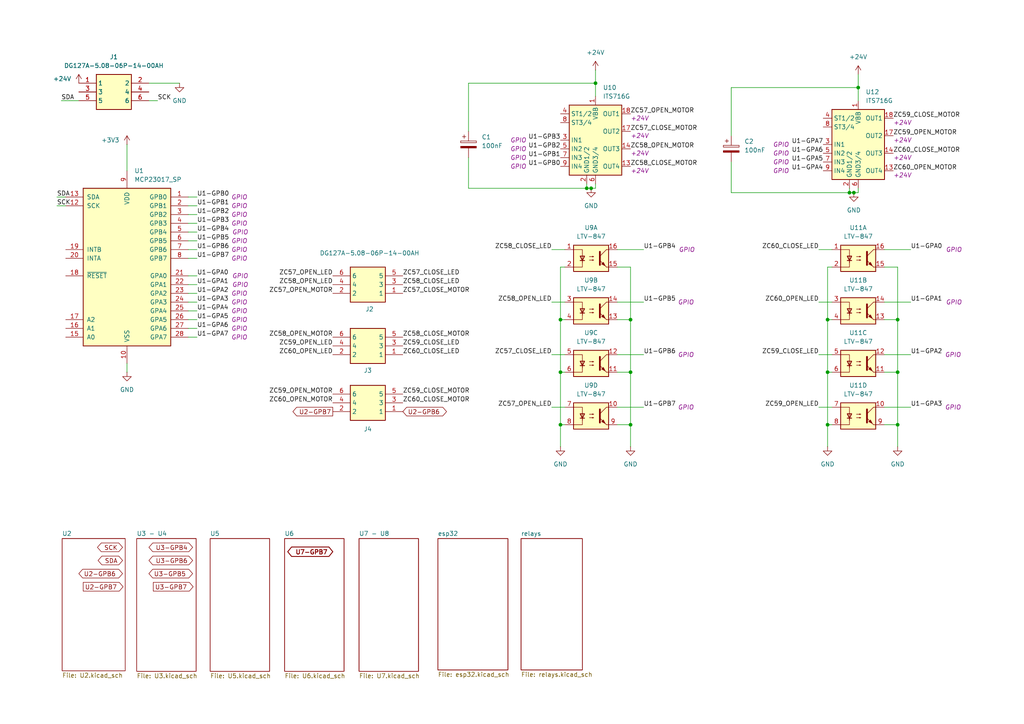
<source format=kicad_sch>
(kicad_sch (version 20250114) (generator "eeschema") (generator_version "9.0")
  (paper "A4")
  (lib_symbols
    (symbol "1_tme:DG127A-5.08-06P-14-00AH"
      (property "Reference" "J" (at 16.51 7.62 0))
      (property "Value" "DG127A-5.08-06P-14-00AH" (at 16.51 5.08 0))
      (symbol "DG127A-5.08-06P-14-00AH_1_1"
        (rectangle (start 5.08 2.54) (end 15.24 -7.62) (stroke (width 0.254)) (fill (type background)))
        (pin passive line (at 0 0 0) (length 5.08) (name "2") (number "2"))
        (pin passive line (at 0 -2.54 0) (length 5.08) (name "4") (number "4"))
        (pin passive line (at 0 -5.08 0) (length 5.08) (name "6") (number "6"))
        (pin passive line (at 20.32 0 180) (length 5.08) (name "1") (number "1"))
        (pin passive line (at 20.32 -2.54 180) (length 5.08) (name "3") (number "3"))
        (pin passive line (at 20.32 -5.08 180) (length 5.08) (name "5") (number "5"))
      )
    )
    (symbol "Device:C_Polarized" (pin_numbers (hide yes)) (pin_names (offset 0.254))
      (property "Reference" "C" (at 0.635 2.54 0))
      (property "Value" "C_Polarized" (at 0.635 -2.54 0))
      (symbol "C_Polarized_0_1"
        (rectangle (start -2.286 0.508) (end 2.286 1.016))
        (polyline (pts (xy -1.778 2.286) (xy -0.762 2.286)))
        (polyline (pts (xy -1.27 2.794) (xy -1.27 1.778)))
        (rectangle (start 2.286 -0.508) (end -2.286 -1.016) (fill (type outline)))
      )
      (symbol "C_Polarized_1_1"
        (pin passive line (at 0 3.81 270) (length 2.794) (name "~") (number "1"))
        (pin passive line (at 0 -3.81 90) (length 2.794) (name "~") (number "2"))
      )
    )
    (symbol "Driver_FET:ITS716G"
      (property "Reference" "U" (at -5.08 11.43 0))
      (property "Value" "ITS716G" (at 6.35 11.43 0))
      (symbol "ITS716G_0_1"
        (rectangle (start -7.62 10.16) (end 7.62 -10.16) (stroke (width 0.254)) (fill (type background)))
      )
      (symbol "ITS716G_1_1"
        (pin open_collector line (at -10.16 7.62 0) (length 2.54) (name "ST1/2") (number "4"))
        (pin open_collector line (at -10.16 5.08 0) (length 2.54) (name "ST3/4") (number "8"))
        (pin input line (at -10.16 0 0) (length 2.54) (name "IN1") (number "3"))
        (pin input line (at -10.16 -2.54 0) (length 2.54) (name "IN2") (number "5"))
        (pin input line (at -10.16 -5.08 0) (length 2.54) (name "IN3") (number "7"))
        (pin input line (at -10.16 -7.62 0) (length 2.54) (name "IN4") (number "9"))
        (pin power_in line (at -2.54 -12.7 90) (length 2.54) (name "GND1/2") (number "2"))
        (pin power_in line (at 0 12.7 270) (length 2.54) (name "VBB") (number "1"))
        (pin passive line (at 0 12.7 270) (length 2.54) (hide yes) (name "VBB") (number "10"))
        (pin passive line (at 0 12.7 270) (length 2.54) (hide yes) (name "VBB") (number "11"))
        (pin passive line (at 0 12.7 270) (length 2.54) (hide yes) (name "VBB") (number "12"))
        (pin passive line (at 0 12.7 270) (length 2.54) (hide yes) (name "VBB") (number "15"))
        (pin passive line (at 0 12.7 270) (length 2.54) (hide yes) (name "VBB") (number "16"))
        (pin passive line (at 0 12.7 270) (length 2.54) (hide yes) (name "VBB") (number "19"))
        (pin passive line (at 0 12.7 270) (length 2.54) (hide yes) (name "VBB") (number "20"))
        (pin power_in line (at 0 -12.7 90) (length 2.54) (name "GND3/4") (number "6"))
        (pin open_emitter line (at 10.16 7.62 180) (length 2.54) (name "OUT1") (number "18"))
        (pin open_emitter line (at 10.16 2.54 180) (length 2.54) (name "OUT2") (number "17"))
        (pin open_emitter line (at 10.16 -2.54 180) (length 2.54) (name "OUT3") (number "14"))
        (pin open_emitter line (at 10.16 -7.62 180) (length 2.54) (name "OUT4") (number "13"))
      )
    )
    (symbol "Interface_Expansion:MCP23017_SP" (pin_names (offset 1.016))
      (property "Reference" "U" (at -11.43 24.13 0))
      (property "Value" "MCP23017_SP" (at 0 0 0))
      (symbol "MCP23017_SP_0_1"
        (rectangle (start -12.7 22.86) (end 12.7 -22.86) (stroke (width 0.254)) (fill (type background)))
      )
      (symbol "MCP23017_SP_1_1"
        (pin bidirectional line (at -17.78 20.32 0) (length 5.08) (name "SDA") (number "13"))
        (pin input line (at -17.78 17.78 0) (length 5.08) (name "SCK") (number "12"))
        (pin tri_state line (at -17.78 5.08 0) (length 5.08) (name "INTB") (number "19"))
        (pin tri_state line (at -17.78 2.54 0) (length 5.08) (name "INTA") (number "20"))
        (pin input line (at -17.78 -2.54 0) (length 5.08) (name "~{RESET}") (number "18"))
        (pin input line (at -17.78 -15.24 0) (length 5.08) (name "A2") (number "17"))
        (pin input line (at -17.78 -17.78 0) (length 5.08) (name "A1") (number "16"))
        (pin input line (at -17.78 -20.32 0) (length 5.08) (name "A0") (number "15"))
        (pin no_connect line (at -12.7 15.24 0) (length 5.08) (hide yes) (name "NC") (number "11"))
        (pin no_connect line (at -12.7 12.7 0) (length 5.08) (hide yes) (name "NC") (number "14"))
        (pin power_in line (at 0 27.94 270) (length 5.08) (name "VDD") (number "9"))
        (pin power_in line (at 0 -27.94 90) (length 5.08) (name "VSS") (number "10"))
        (pin bidirectional line (at 17.78 20.32 180) (length 5.08) (name "GPB0") (number "1"))
        (pin bidirectional line (at 17.78 17.78 180) (length 5.08) (name "GPB1") (number "2"))
        (pin bidirectional line (at 17.78 15.24 180) (length 5.08) (name "GPB2") (number "3"))
        (pin bidirectional line (at 17.78 12.7 180) (length 5.08) (name "GPB3") (number "4"))
        (pin bidirectional line (at 17.78 10.16 180) (length 5.08) (name "GPB4") (number "5"))
        (pin bidirectional line (at 17.78 7.62 180) (length 5.08) (name "GPB5") (number "6"))
        (pin bidirectional line (at 17.78 5.08 180) (length 5.08) (name "GPB6") (number "7"))
        (pin output line (at 17.78 2.54 180) (length 5.08) (name "GPB7") (number "8"))
        (pin bidirectional line (at 17.78 -2.54 180) (length 5.08) (name "GPA0") (number "21"))
        (pin bidirectional line (at 17.78 -5.08 180) (length 5.08) (name "GPA1") (number "22"))
        (pin bidirectional line (at 17.78 -7.62 180) (length 5.08) (name "GPA2") (number "23"))
        (pin bidirectional line (at 17.78 -10.16 180) (length 5.08) (name "GPA3") (number "24"))
        (pin bidirectional line (at 17.78 -12.7 180) (length 5.08) (name "GPA4") (number "25"))
        (pin bidirectional line (at 17.78 -15.24 180) (length 5.08) (name "GPA5") (number "26"))
        (pin bidirectional line (at 17.78 -17.78 180) (length 5.08) (name "GPA6") (number "27"))
        (pin output line (at 17.78 -20.32 180) (length 5.08) (name "GPA7") (number "28"))
      )
    )
    (symbol "Isolator:LTV-847" (pin_names (offset 1.016))
      (property "Reference" "U" (at -5.08 5.08 0))
      (property "Value" "LTV-847" (at 0 5.08 0))
      (symbol "LTV-847_0_1"
        (rectangle (start -5.08 3.81) (end 5.08 -3.81) (stroke (width 0.254)) (fill (type background)))
        (polyline (pts (xy -5.08 2.54) (xy -2.54 2.54) (xy -2.54 -1.27) (xy -2.54 0.635)))
        (polyline (pts (xy -3.175 -0.635) (xy -1.905 -0.635)) (stroke (width 0.254)))
        (polyline (pts (xy -2.54 -0.635) (xy -2.54 -2.54) (xy -5.08 -2.54)))
        (polyline (pts (xy -2.54 -0.635) (xy -3.175 0.635) (xy -1.905 0.635) (xy -2.54 -0.635)) (stroke (width 0.254)))
        (polyline (pts (xy -0.508 0.508) (xy 0.762 0.508) (xy 0.381 0.381) (xy 0.381 0.635) (xy 0.762 0.508)))
        (polyline (pts (xy -0.508 -0.508) (xy 0.762 -0.508) (xy 0.381 -0.635) (xy 0.381 -0.381) (xy 0.762 -0.508)))
        (polyline (pts (xy 2.54 1.905) (xy 2.54 -1.905)) (stroke (width 0.508)))
        (polyline (pts (xy 2.54 0.635) (xy 4.445 2.54)))
        (polyline (pts (xy 3.048 -1.651) (xy 3.556 -1.143) (xy 4.064 -2.159) (xy 3.048 -1.651)) (fill (type outline)))
        (polyline (pts (xy 4.445 2.54) (xy 5.08 2.54)))
        (polyline (pts (xy 4.445 -2.54) (xy 2.54 -0.635)) (fill (type outline)))
        (polyline (pts (xy 4.445 -2.54) (xy 5.08 -2.54)))
      )
      (symbol "LTV-847_1_1"
        (pin passive line (at -7.62 2.54 0) (length 2.54) (name "~") (number "1"))
        (pin passive line (at -7.62 -2.54 0) (length 2.54) (name "~") (number "2"))
        (pin passive line (at 7.62 2.54 180) (length 2.54) (name "~") (number "16"))
        (pin passive line (at 7.62 -2.54 180) (length 2.54) (name "~") (number "15"))
      )
      (symbol "LTV-847_2_1"
        (pin passive line (at -7.62 2.54 0) (length 2.54) (name "~") (number "3"))
        (pin passive line (at -7.62 -2.54 0) (length 2.54) (name "~") (number "4"))
        (pin passive line (at 7.62 2.54 180) (length 2.54) (name "~") (number "14"))
        (pin passive line (at 7.62 -2.54 180) (length 2.54) (name "~") (number "13"))
      )
      (symbol "LTV-847_3_1"
        (pin passive line (at -7.62 2.54 0) (length 2.54) (name "~") (number "5"))
        (pin passive line (at -7.62 -2.54 0) (length 2.54) (name "~") (number "6"))
        (pin passive line (at 7.62 2.54 180) (length 2.54) (name "~") (number "12"))
        (pin passive line (at 7.62 -2.54 180) (length 2.54) (name "~") (number "11"))
      )
      (symbol "LTV-847_4_1"
        (pin passive line (at -7.62 2.54 0) (length 2.54) (name "~") (number "7"))
        (pin passive line (at -7.62 -2.54 0) (length 2.54) (name "~") (number "8"))
        (pin passive line (at 7.62 2.54 180) (length 2.54) (name "~") (number "10"))
        (pin passive line (at 7.62 -2.54 180) (length 2.54) (name "~") (number "9"))
      )
    )
    (symbol "power:+24V" (power) (pin_numbers (hide yes)) (pin_names (offset 0) (hide yes))
      (property "Value" "+24V" (at 0 3.556 0))
      (symbol "+24V_0_1"
        (polyline (pts (xy -0.762 1.27) (xy 0 2.54)))
        (polyline (pts (xy 0 2.54) (xy 0.762 1.27)))
        (polyline (pts (xy 0 0) (xy 0 2.54)))
      )
      (symbol "+24V_1_1"
        (pin power_in line (at 0 0 90) (length 0) (name "~") (number "1"))
      )
    )
    (symbol "power:+5VD" (power) (pin_numbers (hide yes)) (pin_names (offset 0) (hide yes))
      (property "Value" "+5VD" (at 0 3.556 0))
      (symbol "+5VD_0_1"
        (polyline (pts (xy -0.762 1.27) (xy 0 2.54)))
        (polyline (pts (xy 0 2.54) (xy 0.762 1.27)))
        (polyline (pts (xy 0 0) (xy 0 2.54)))
      )
      (symbol "+5VD_1_1"
        (pin power_in line (at 0 0 90) (length 0) (name "~") (number "1"))
      )
    )
    (symbol "power:GND" (power) (pin_numbers (hide yes)) (pin_names (offset 0) (hide yes))
      (property "Value" "GND" (at 0 -3.81 0))
      (symbol "GND_0_1"
        (polyline (pts (xy 0 0) (xy 0 -1.27) (xy 1.27 -1.27) (xy 0 -2.54) (xy -1.27 -1.27) (xy 0 -1.27)))
      )
      (symbol "GND_1_1"
        (pin power_in line (at 0 0 270) (length 0) (name "~") (number "1"))
      )
    )
  )
  (junction (at 171.45 54.61))
  (junction (at 260.35 92.71))
  (junction (at 260.35 107.95))
  (junction (at 240.03 92.71))
  (junction (at 240.03 123.19))
  (junction (at 172.72 24.13))
  (junction (at 247.65 55.88))
  (junction (at 182.88 123.19))
  (junction (at 162.56 107.95))
  (junction (at 170.18 54.61))
  (junction (at 162.56 123.19))
  (junction (at 182.88 92.71))
  (junction (at 162.56 92.71))
  (junction (at 248.92 25.4))
  (junction (at 260.35 123.19))
  (junction (at 182.88 107.95))
  (junction (at 240.03 107.95))
  (junction (at 246.38 55.88))
  (wire (pts (xy 57.15 57.15) (xy 54.61 57.15)))
  (wire (pts (xy 172.72 24.13) (xy 172.72 27.94)))
  (wire (pts (xy 264.16 118.11) (xy 256.54 118.11)))
  (wire (pts (xy 182.88 107.95) (xy 182.88 123.19)))
  (wire (pts (xy 248.92 25.4) (xy 212.09 25.4)))
  (wire (pts (xy 186.69 102.87) (xy 179.07 102.87)))
  (wire (pts (xy 248.92 54.61) (xy 248.92 55.88)))
  (wire (pts (xy 186.69 72.39) (xy 179.07 72.39)))
  (wire (pts (xy 256.54 123.19) (xy 260.35 123.19)))
  (wire (pts (xy 171.45 54.61) (xy 172.72 54.61)))
  (wire (pts (xy 57.15 97.79) (xy 54.61 97.79)))
  (wire (pts (xy 57.15 69.85) (xy 54.61 69.85)))
  (wire (pts (xy 57.15 92.71) (xy 54.61 92.71)))
  (wire (pts (xy 172.72 53.34) (xy 172.72 54.61)))
  (wire (pts (xy 135.89 45.72) (xy 135.89 54.61)))
  (wire (pts (xy 16.51 59.69) (xy 19.05 59.69)))
  (wire (pts (xy 163.83 123.19) (xy 162.56 123.19)))
  (wire (pts (xy 179.07 77.47) (xy 182.88 77.47)))
  (wire (pts (xy 240.03 92.71) (xy 240.03 107.95)))
  (wire (pts (xy 57.15 64.77) (xy 54.61 64.77)))
  (wire (pts (xy 241.3 123.19) (xy 240.03 123.19)))
  (wire (pts (xy 17.78 29.21) (xy 22.86 29.21)))
  (wire (pts (xy 186.69 87.63) (xy 179.07 87.63)))
  (wire (pts (xy 36.83 41.91) (xy 36.83 49.53)))
  (wire (pts (xy 186.69 118.11) (xy 179.07 118.11)))
  (wire (pts (xy 246.38 54.61) (xy 246.38 55.88)))
  (wire (pts (xy 248.92 21.59) (xy 248.92 25.4)))
  (wire (pts (xy 43.18 24.13) (xy 52.07 24.13)))
  (wire (pts (xy 237.49 118.11) (xy 241.3 118.11)))
  (wire (pts (xy 182.88 123.19) (xy 182.88 129.54)))
  (wire (pts (xy 57.15 62.23) (xy 54.61 62.23)))
  (wire (pts (xy 170.18 54.61) (xy 171.45 54.61)))
  (wire (pts (xy 163.83 77.47) (xy 162.56 77.47)))
  (wire (pts (xy 260.35 77.47) (xy 260.35 92.71)))
  (wire (pts (xy 240.03 107.95) (xy 240.03 123.19)))
  (wire (pts (xy 162.56 77.47) (xy 162.56 92.71)))
  (wire (pts (xy 212.09 46.99) (xy 212.09 55.88)))
  (wire (pts (xy 241.3 77.47) (xy 240.03 77.47)))
  (wire (pts (xy 241.3 107.95) (xy 240.03 107.95)))
  (wire (pts (xy 248.92 25.4) (xy 248.92 29.21)))
  (wire (pts (xy 57.15 72.39) (xy 54.61 72.39)))
  (wire (pts (xy 247.65 55.88) (xy 248.92 55.88)))
  (wire (pts (xy 260.35 107.95) (xy 260.35 123.19)))
  (wire (pts (xy 160.02 118.11) (xy 163.83 118.11)))
  (wire (pts (xy 264.16 87.63) (xy 256.54 87.63)))
  (wire (pts (xy 162.56 123.19) (xy 162.56 129.54)))
  (wire (pts (xy 163.83 107.95) (xy 162.56 107.95)))
  (wire (pts (xy 45.72 29.21) (xy 43.18 29.21)))
  (wire (pts (xy 246.38 55.88) (xy 247.65 55.88)))
  (wire (pts (xy 182.88 92.71) (xy 182.88 107.95)))
  (wire (pts (xy 172.72 24.13) (xy 135.89 24.13)))
  (wire (pts (xy 256.54 92.71) (xy 260.35 92.71)))
  (wire (pts (xy 241.3 92.71) (xy 240.03 92.71)))
  (wire (pts (xy 160.02 102.87) (xy 163.83 102.87)))
  (wire (pts (xy 240.03 77.47) (xy 240.03 92.71)))
  (wire (pts (xy 260.35 92.71) (xy 260.35 107.95)))
  (wire (pts (xy 260.35 123.19) (xy 260.35 129.54)))
  (wire (pts (xy 162.56 107.95) (xy 162.56 123.19)))
  (wire (pts (xy 135.89 24.13) (xy 135.89 38.1)))
  (wire (pts (xy 240.03 123.19) (xy 240.03 129.54)))
  (wire (pts (xy 57.15 87.63) (xy 54.61 87.63)))
  (wire (pts (xy 237.49 102.87) (xy 241.3 102.87)))
  (wire (pts (xy 179.07 92.71) (xy 182.88 92.71)))
  (wire (pts (xy 57.15 90.17) (xy 54.61 90.17)))
  (wire (pts (xy 256.54 107.95) (xy 260.35 107.95)))
  (wire (pts (xy 162.56 92.71) (xy 162.56 107.95)))
  (wire (pts (xy 212.09 25.4) (xy 212.09 39.37)))
  (wire (pts (xy 160.02 72.39) (xy 163.83 72.39)))
  (wire (pts (xy 264.16 102.87) (xy 256.54 102.87)))
  (wire (pts (xy 135.89 54.61) (xy 170.18 54.61)))
  (wire (pts (xy 179.07 107.95) (xy 182.88 107.95)))
  (wire (pts (xy 179.07 123.19) (xy 182.88 123.19)))
  (wire (pts (xy 237.49 87.63) (xy 241.3 87.63)))
  (wire (pts (xy 57.15 85.09) (xy 54.61 85.09)))
  (wire (pts (xy 256.54 77.47) (xy 260.35 77.47)))
  (wire (pts (xy 57.15 82.55) (xy 54.61 82.55)))
  (wire (pts (xy 212.09 55.88) (xy 246.38 55.88)))
  (wire (pts (xy 237.49 72.39) (xy 241.3 72.39)))
  (wire (pts (xy 16.51 57.15) (xy 19.05 57.15)))
  (wire (pts (xy 57.15 95.25) (xy 54.61 95.25)))
  (wire (pts (xy 57.15 59.69) (xy 54.61 59.69)))
  (wire (pts (xy 172.72 20.32) (xy 172.72 24.13)))
  (wire (pts (xy 36.83 105.41) (xy 36.83 107.95)))
  (wire (pts (xy 163.83 92.71) (xy 162.56 92.71)))
  (wire (pts (xy 57.15 74.93) (xy 54.61 74.93)))
  (wire (pts (xy 57.15 80.01) (xy 54.61 80.01)))
  (wire (pts (xy 182.88 77.47) (xy 182.88 92.71)))
  (wire (pts (xy 57.15 67.31) (xy 54.61 67.31)))
  (wire (pts (xy 170.18 53.34) (xy 170.18 54.61)))
  (wire (pts (xy 264.16 72.39) (xy 256.54 72.39)))
  (wire (pts (xy 160.02 87.63) (xy 163.83 87.63)))
  (label "ZC57_OPEN_LED" (at 96.52 80.01 180))
  (label "U1-GPB5" (at 57.15 69.85 0) (property "Netclass" "GPIO" (at 67.056 69.85 0) (effects (font (italic yes)) (justify left))))
  (label "SDA" (at 17.78 29.21 0))
  (label "ZC60_OPEN_MOTOR" (at 96.52 116.84 180))
  (label "ZC60_CLOSE_MOTOR" (at 259.08 44.45 0) (property "Netclass" "+24V" (at 259.08 45.72 0) (effects (font (italic yes)) (justify left))))
  (label "ZC60_OPEN_LED" (at 96.52 102.87 180))
  (label "U1-GPA6" (at 57.15 95.25 0) (property "Netclass" "GPIO" (at 67.056 95.25 0) (effects (font (italic yes)) (justify left))))
  (label "ZC59_CLOSE_MOTOR" (at 259.08 34.29 0) (property "Netclass" "+24V" (at 259.08 35.56 0) (effects (font (italic yes)) (justify left))))
  (label "SCK" (at 45.72 29.21 0))
  (label "ZC58_OPEN_MOTOR" (at 96.52 97.79 180))
  (label "ZC60_CLOSE_LED" (at 237.49 72.39 180))
  (label "ZC60_OPEN_LED" (at 237.49 87.63 180))
  (label "U1-GPA1" (at 264.16 87.63 0) (property "Netclass" "GPIO" (at 274.32 87.63 0) (effects (font (italic yes)) (justify left))))
  (label "U1-GPB6" (at 186.69 102.87 0) (property "Netclass" "GPIO" (at 196.596 102.87 0) (effects (font (italic yes)) (justify left))))
  (label "ZC57_CLOSE_MOTOR" (at 182.88 38.1 0) (property "Netclass" "+24V" (at 182.88 39.37 0) (effects (font (italic yes)) (justify left))))
  (label "U1-GPB1" (at 162.56 45.72 180) (property "Netclass" "GPIO" (at 152.654 45.72 0) (effects (font (italic yes)) (justify right))))
  (label "U1-GPA3" (at 264.16 118.11 0) (property "Netclass" "GPIO" (at 274.066 118.11 0) (effects (font (italic yes)) (justify left))))
  (label "U1-GPB1" (at 57.15 59.69 0) (property "Netclass" "GPIO" (at 67.056 59.69 0) (effects (font (italic yes)) (justify left))))
  (label "U1-GPB7" (at 186.69 118.11 0) (property "Netclass" "GPIO" (at 196.596 118.11 0) (effects (font (italic yes)) (justify left))))
  (label "ZC57_CLOSE_LED" (at 160.02 102.87 180))
  (label "ZC59_OPEN_MOTOR" (at 96.52 114.3 180))
  (label "ZC57_CLOSE_LED" (at 116.84 80.01 0))
  (label "ZC58_CLOSE_LED" (at 116.84 82.55 0))
  (label "ZC58_CLOSE_MOTOR" (at 182.88 48.26 0) (property "Netclass" "+24V" (at 182.88 49.53 0) (effects (font (italic yes)) (justify left))))
  (label "ZC57_OPEN_LED" (at 160.02 118.11 180))
  (label "U1-GPA5" (at 57.15 92.71 0) (property "Netclass" "GPIO" (at 67.056 92.71 0) (effects (font (italic yes)) (justify left))))
  (label "U1-GPB0" (at 162.56 48.26 180) (property "Netclass" "GPIO" (at 152.654 48.26 0) (effects (font (italic yes)) (justify right))))
  (label "U1-GPB0" (at 57.15 57.15 0) (property "Netclass" "GPIO" (at 67.056 57.15 0) (effects (font (italic yes)) (justify left))))
  (label "U1-GPA6" (at 238.76 44.45 180) (property "Netclass" "GPIO" (at 228.854 44.45 0) (effects (font (italic yes)) (justify right))))
  (label "ZC59_CLOSE_LED" (at 237.49 102.87 180))
  (label "ZC58_OPEN_LED" (at 160.02 87.63 180))
  (label "ZC59_OPEN_LED" (at 237.49 118.11 180))
  (label "U1-GPB2" (at 162.56 43.18 180) (property "Netclass" "GPIO" (at 152.654 43.18 0) (effects (font (italic yes)) (justify right))))
  (label "U1-GPA4" (at 57.15 90.17 0) (property "Netclass" "GPIO" (at 67.056 90.17 0) (effects (font (italic yes)) (justify left))))
  (label "U1-GPB3" (at 162.56 40.64 180) (property "Netclass" "GPIO" (at 152.654 40.64 0) (effects (font (italic yes)) (justify right))))
  (label "U1-GPA7" (at 57.15 97.79 0) (property "Netclass" "GPIO" (at 67.056 97.79 0) (effects (font (italic yes)) (justify left))))
  (label "ZC58_CLOSE_LED" (at 160.02 72.39 180))
  (label "U1-GPB2" (at 57.15 62.23 0) (property "Netclass" "GPIO" (at 67.056 62.23 0) (effects (font (italic yes)) (justify left))))
  (label "ZC57_CLOSE_MOTOR" (at 116.84 85.09 0))
  (label "SCK" (at 16.51 59.69 0))
  (label "ZC59_OPEN_LED" (at 96.52 100.33 180))
  (label "ZC59_CLOSE_LED" (at 116.84 100.33 0))
  (label "U1-GPA2" (at 264.16 102.87 0) (property "Netclass" "GPIO" (at 274.066 102.87 0) (effects (font (italic yes)) (justify left))))
  (label "ZC60_CLOSE_MOTOR" (at 116.84 116.84 0))
  (label "U1-GPA0" (at 57.15 80.01 0) (property "Netclass" "GPIO" (at 67.31 80.01 0) (effects (font (italic yes)) (justify left))))
  (label "U1-GPA2" (at 57.15 85.09 0) (property "Netclass" "GPIO" (at 67.056 85.09 0) (effects (font (italic yes)) (justify left))))
  (label "SDA" (at 16.51 57.15 0))
  (label "U1-GPB7" (at 57.15 74.93 0) (property "Netclass" "GPIO" (at 67.056 74.93 0) (effects (font (italic yes)) (justify left))))
  (label "ZC60_OPEN_MOTOR" (at 259.08 49.53 0) (property "Netclass" "+24V" (at 259.08 50.8 0) (effects (font (italic yes)) (justify left))))
  (label "U1-GPA0" (at 264.16 72.39 0) (property "Netclass" "GPIO" (at 274.32 72.39 0) (effects (font (italic yes)) (justify left))))
  (label "ZC57_OPEN_MOTOR" (at 182.88 33.02 0) (property "Netclass" "+24V" (at 182.88 34.29 0) (effects (font (italic yes)) (justify left))))
  (label "ZC60_CLOSE_LED" (at 116.84 102.87 0))
  (label "ZC59_CLOSE_MOTOR" (at 116.84 114.3 0))
  (label "ZC58_OPEN_MOTOR" (at 182.88 43.18 0) (property "Netclass" "+24V" (at 182.88 44.45 0) (effects (font (italic yes)) (justify left))))
  (label "ZC58_CLOSE_MOTOR" (at 116.84 97.79 0))
  (label "U1-GPB4" (at 57.15 67.31 0) (property "Netclass" "GPIO" (at 67.31 67.31 0) (effects (font (italic yes)) (justify left))))
  (label "U1-GPA4" (at 238.76 49.53 180) (property "Netclass" "GPIO" (at 228.854 49.53 0) (effects (font (italic yes)) (justify right))))
  (label "U1-GPB6" (at 57.15 72.39 0) (property "Netclass" "GPIO" (at 67.056 72.39 0) (effects (font (italic yes)) (justify left))))
  (label "ZC57_OPEN_MOTOR" (at 96.52 85.09 180))
  (label "U1-GPA7" (at 238.76 41.91 180) (property "Netclass" "GPIO" (at 228.854 41.91 0) (effects (font (italic yes)) (justify right))))
  (label "U1-GPB3" (at 57.15 64.77 0) (property "Netclass" "GPIO" (at 67.056 64.77 0) (effects (font (italic yes)) (justify left))))
  (label "U1-GPB4" (at 186.69 72.39 0) (property "Netclass" "GPIO" (at 196.85 72.39 0) (effects (font (italic yes)) (justify left))))
  (label "ZC59_OPEN_MOTOR" (at 259.08 39.37 0) (property "Netclass" "+24V" (at 259.08 40.64 0) (effects (font (italic yes)) (justify left))))
  (label "U1-GPA3" (at 57.15 87.63 0) (property "Netclass" "GPIO" (at 67.056 87.63 0) (effects (font (italic yes)) (justify left))))
  (label "U1-GPB5" (at 186.69 87.63 0) (property "Netclass" "GPIO" (at 196.596 87.63 0) (effects (font (italic yes)) (justify left))))
  (label "ZC58_OPEN_LED" (at 96.52 82.55 180))
  (label "U1-GPA5" (at 238.76 46.99 180) (property "Netclass" "GPIO" (at 228.854 46.99 0) (effects (font (italic yes)) (justify right))))
  (label "U1-GPA1" (at 57.15 82.55 0) (property "Netclass" "GPIO" (at 67.31 82.55 0) (effects (font (italic yes)) (justify left))))
  (global_label "U3-GPB5" (shape bidirectional) (at 43.18 166.37 0) (property "Intersheetrefs" "${INTERSHEET_REFS}" (effects (hide yes))))
  (global_label "U3-GPB6" (shape bidirectional) (at 55.88 162.56 180) (property "Intersheetrefs" "${INTERSHEET_REFS}" (effects (hide yes))))
  (global_label "U2-GPB7" (shape output) (at 24.13 170.18 0) (property "Intersheetrefs" "${INTERSHEET_REFS}" (effects (hide yes))))
  (global_label "U3-GPB7" (shape output) (at 44.45 170.18 0) (property "Intersheetrefs" "${INTERSHEET_REFS}" (effects (hide yes))))
  (global_label "SDA" (shape bidirectional) (at 35.56 162.56 180) (property "Intersheetrefs" "${INTERSHEET_REFS}" (effects (hide yes))))
  (global_label "U7-GPB7" (shape bidirectional) (at 96.52 160.02 180) (effects (font (thickness 0.254) (bold yes))) (property "Intersheetrefs" "${INTERSHEET_REFS}" (effects (hide yes))))
  (global_label "SCK" (shape bidirectional) (at 35.56 158.75 180) (property "Intersheetrefs" "${INTERSHEET_REFS}" (effects (hide yes))))
  (global_label "U2-GPB7" (shape output) (at 96.52 119.38 180) (property "Intersheetrefs" "${INTERSHEET_REFS}" (effects (hide yes))))
  (global_label "U3-GPB4" (shape bidirectional) (at 55.88 158.75 180) (property "Intersheetrefs" "${INTERSHEET_REFS}" (effects (hide yes))))
  (global_label "U2-GPB6" (shape bidirectional) (at 22.86 166.37 0) (property "Intersheetrefs" "${INTERSHEET_REFS}" (effects (hide yes))))
  (global_label "U2-GPB6" (shape bidirectional) (at 116.84 119.38 0) (property "Intersheetrefs" "${INTERSHEET_REFS}" (effects (hide yes))))
  (symbol (lib_id "power:GND") (at 36.83 107.95 0) (unit 1)
    (property "Reference" "#PWR01" (effects (hide yes)))
    (property "Value" "GND" (at 36.83 113.03 0))
    (property "Description" "Power symbol creates a global label with name \"GND\" , ground" (effects (hide yes)))
  )
  (symbol (lib_id "power:GND") (at 182.88 129.54 0) (unit 1)
    (property "Reference" "#PWR024" (effects (hide yes)))
    (property "Value" "GND" (at 182.88 134.62 0))
    (property "Description" "Power symbol creates a global label with name \"GND\" , ground" (effects (hide yes)))
  )
  (symbol (lib_id "1_tme:DG127A-5.08-06P-14-00AH") (at 96.52 85.09 0) (mirror x) (unit 1)
    (property "Reference" "J2" (at 107.188 89.662 0))
    (property "Value" "DG127A-5.08-06P-14-00AH" (at 107.188 73.406 0))
    (property "Footprint" "DG127A50806P1400AH" (effects (hide yes)))
    (property "Datasheet" "https://www.degson.com/index.php?a=downloadFile&id=1094971&name=%27ZmlsZTQ=%27&lang=en" (effects (hide yes)))
    (property "Description" "PCB terminal block; angled 90; 5.08mm; ways: 6; on PCBs; terminal" (effects (hide yes)))
    (property "Height" "19.41" (effects (hide yes)))
    (property "Manufacturer_Name" "Degson" (effects (hide yes)))
    (property "Manufacturer_Part_Number" "DG127A-5.08-06P-14-00AH" (effects (hide yes)))
  )
  (symbol (lib_id "power:GND") (at 171.45 54.61 0) (unit 1)
    (property "Reference" "#PWR033" (effects (hide yes)))
    (property "Value" "GND" (at 171.45 59.69 0))
    (property "Description" "Power symbol creates a global label with name \"GND\" , ground" (effects (hide yes)))
  )
  (symbol (lib_id "Isolator:LTV-847") (at 248.92 120.65 0) (unit 4)
    (property "Reference" "U11" (at 248.92 111.76 0))
    (property "Value" "LTV-847" (at 248.92 114.3 0))
    (property "Footprint" "Package_DIP:DIP-16_W7.62mm" (effects (hide yes)))
    (property "Datasheet" "http://optoelectronics.liteon.com/upload/download/DS-70-96-0016/LTV-8X7%20series.PDF" (effects (hide yes)))
    (property "Description" "Quad DC Optocoupler, Vce 35V, CTR 50%, DIP-16" (effects (hide yes)))
  )
  (symbol (lib_id "Isolator:LTV-847") (at 248.92 90.17 0) (unit 2)
    (property "Reference" "U11" (at 248.92 81.28 0))
    (property "Value" "LTV-847" (at 248.92 83.82 0))
    (property "Footprint" "Package_DIP:DIP-16_W7.62mm" (effects (hide yes)))
    (property "Datasheet" "http://optoelectronics.liteon.com/upload/download/DS-70-96-0016/LTV-8X7%20series.PDF" (effects (hide yes)))
    (property "Description" "Quad DC Optocoupler, Vce 35V, CTR 50%, DIP-16" (effects (hide yes)))
  )
  (symbol (lib_id "Isolator:LTV-847") (at 248.92 105.41 0) (unit 3)
    (property "Reference" "U11" (at 248.92 96.52 0))
    (property "Value" "LTV-847" (at 248.92 99.06 0))
    (property "Footprint" "Package_DIP:DIP-16_W7.62mm" (effects (hide yes)))
    (property "Datasheet" "http://optoelectronics.liteon.com/upload/download/DS-70-96-0016/LTV-8X7%20series.PDF" (effects (hide yes)))
    (property "Description" "Quad DC Optocoupler, Vce 35V, CTR 50%, DIP-16" (effects (hide yes)))
  )
  (symbol (lib_id "Device:C_Polarized") (at 135.89 41.91 0) (unit 1)
    (property "Reference" "C1" (at 139.7 39.7509 0) (effects (justify left)))
    (property "Value" "100nF" (at 139.7 42.2909 0) (effects (justify left)))
    (property "Footprint" "Capacitor_THT:C_Disc_D3.0mm_W2.0mm_P2.50mm" (effects (hide yes)))
    (property "Datasheet" "https://www.tme.eu/Document/e69911e065ed5e1d0ce354af6c563ca3/CC-4.7.pdf" (effects (hide yes)))
    (property "Description" "Polarized capacitor" (effects (hide yes)))
  )
  (symbol (lib_id "Isolator:LTV-847") (at 248.92 74.93 0) (unit 1)
    (property "Reference" "U11" (at 248.92 66.04 0))
    (property "Value" "LTV-847" (at 248.92 68.58 0))
    (property "Footprint" "Package_DIP:DIP-16_W7.62mm" (effects (hide yes)))
    (property "Datasheet" "http://optoelectronics.liteon.com/upload/download/DS-70-96-0016/LTV-8X7%20series.PDF" (effects (hide yes)))
    (property "Description" "Quad DC Optocoupler, Vce 35V, CTR 50%, DIP-16" (effects (hide yes)))
  )
  (symbol (lib_id "power:+24V") (at 248.92 21.59 0) (unit 1)
    (property "Reference" "#PWR028" (effects (hide yes)))
    (property "Value" "+24V" (at 248.92 16.51 0))
    (property "Description" "Power symbol creates a global label with name \"+24V\"" (effects (hide yes)))
  )
  (symbol (lib_id "Isolator:LTV-847") (at 171.45 90.17 0) (unit 2)
    (property "Reference" "U9" (at 171.45 81.28 0))
    (property "Value" "LTV-847" (at 171.45 83.82 0))
    (property "Footprint" "Package_DIP:DIP-16_W7.62mm" (effects (hide yes)))
    (property "Datasheet" "http://optoelectronics.liteon.com/upload/download/DS-70-96-0016/LTV-8X7%20series.PDF" (effects (hide yes)))
    (property "Description" "Quad DC Optocoupler, Vce 35V, CTR 50%, DIP-16" (effects (hide yes)))
  )
  (symbol (lib_id "Isolator:LTV-847") (at 171.45 74.93 0) (unit 1)
    (property "Reference" "U9" (at 171.45 66.04 0))
    (property "Value" "LTV-847" (at 171.45 68.58 0))
    (property "Footprint" "Package_DIP:DIP-16_W7.62mm" (effects (hide yes)))
    (property "Datasheet" "http://optoelectronics.liteon.com/upload/download/DS-70-96-0016/LTV-8X7%20series.PDF" (effects (hide yes)))
    (property "Description" "Quad DC Optocoupler, Vce 35V, CTR 50%, DIP-16" (effects (hide yes)))
  )
  (symbol (lib_id "power:GND") (at 247.65 55.88 0) (unit 1)
    (property "Reference" "#PWR022" (effects (hide yes)))
    (property "Value" "GND" (at 247.65 60.96 0))
    (property "Description" "Power symbol creates a global label with name \"GND\" , ground" (effects (hide yes)))
  )
  (symbol (lib_id "Interface_Expansion:MCP23017_SP") (at 36.83 77.47 0) (unit 1)
    (property "Reference" "U1" (at 38.9733 49.53 0) (effects (justify left)))
    (property "Value" "MCP23017_SP" (at 38.9733 52.07 0) (effects (justify left)))
    (property "Footprint" "Package_DIP:DIP-28_W7.62mm" (effects (hide yes)))
    (property "Datasheet" "https://ww1.microchip.com/downloads/aemDocuments/documents/APID/ProductDocuments/DataSheets/MCP23017-Data-Sheet-DS20001952.pdf" (effects (hide yes)))
    (property "Description" "16-bit I/O expander, I2C, interrupts, w pull-ups, SPDIP-28" (effects (hide yes)))
  )
  (symbol (lib_id "power:+5VD") (at 22.86 24.13 0) (unit 1)
    (property "Reference" "#PWR02" (effects (hide yes)))
    (property "Value" "+24V" (at 18.034 22.86 0))
    (property "Description" "Power symbol creates a global label with name \"+5VD\"" (effects (hide yes)))
  )
  (symbol (lib_id "power:GND") (at 162.56 129.54 0) (unit 1)
    (property "Reference" "#PWR023" (effects (hide yes)))
    (property "Value" "GND" (at 162.56 134.62 0))
    (property "Description" "Power symbol creates a global label with name \"GND\" , ground" (effects (hide yes)))
  )
  (symbol (lib_id "power:+24V") (at 172.72 20.32 0) (unit 1)
    (property "Reference" "#PWR021" (effects (hide yes)))
    (property "Value" "+24V" (at 172.72 15.24 0))
    (property "Description" "Power symbol creates a global label with name \"+24V\"" (effects (hide yes)))
  )
  (symbol (lib_id "power:+5VD") (at 36.83 41.91 0) (unit 1)
    (property "Reference" "#PWR04" (effects (hide yes)))
    (property "Value" "+3V3" (at 32.004 40.64 0))
    (property "Description" "Power symbol creates a global label with name \"+5VD\"" (effects (hide yes)))
  )
  (symbol (lib_id "power:GND") (at 260.35 129.54 0) (unit 1)
    (property "Reference" "#PWR026" (effects (hide yes)))
    (property "Value" "GND" (at 260.35 134.62 0))
    (property "Description" "Power symbol creates a global label with name \"GND\" , ground" (effects (hide yes)))
  )
  (symbol (lib_id "Isolator:LTV-847") (at 171.45 105.41 0) (unit 3)
    (property "Reference" "U9" (at 171.45 96.52 0))
    (property "Value" "LTV-847" (at 171.45 99.06 0))
    (property "Footprint" "Package_DIP:DIP-16_W7.62mm" (effects (hide yes)))
    (property "Datasheet" "http://optoelectronics.liteon.com/upload/download/DS-70-96-0016/LTV-8X7%20series.PDF" (effects (hide yes)))
    (property "Description" "Quad DC Optocoupler, Vce 35V, CTR 50%, DIP-16" (effects (hide yes)))
  )
  (symbol (lib_id "Device:C_Polarized") (at 212.09 43.18 0) (unit 1)
    (property "Reference" "C2" (at 215.9 41.0209 0) (effects (justify left)))
    (property "Value" "100nF" (at 215.9 43.5609 0) (effects (justify left)))
    (property "Footprint" "Capacitor_THT:C_Disc_D3.0mm_W2.0mm_P2.50mm" (effects (hide yes)))
    (property "Datasheet" "https://www.tme.eu/Document/e69911e065ed5e1d0ce354af6c563ca3/CC-4.7.pdf" (effects (hide yes)))
    (property "Description" "Polarized capacitor" (effects (hide yes)))
  )
  (symbol (lib_id "power:GND") (at 240.03 129.54 0) (unit 1)
    (property "Reference" "#PWR025" (effects (hide yes)))
    (property "Value" "GND" (at 240.03 134.62 0))
    (property "Description" "Power symbol creates a global label with name \"GND\" , ground" (effects (hide yes)))
  )
  (symbol (lib_id "1_tme:DG127A-5.08-06P-14-00AH") (at 96.52 119.38 0) (mirror x) (unit 1)
    (property "Reference" "J4" (at 106.68 124.46 0))
    (property "Value" "DG127A-5.08-06P-14-00AH" (effects (hide yes)))
    (property "Footprint" "DG127A50806P1400AH" (effects (hide yes)))
    (property "Datasheet" "https://www.degson.com/index.php?a=downloadFile&id=1094971&name=%27ZmlsZTQ=%27&lang=en" (effects (hide yes)))
    (property "Description" "PCB terminal block; angled 90; 5.08mm; ways: 6; on PCBs; terminal" (effects (hide yes)))
    (property "Height" "19.41" (effects (hide yes)))
    (property "Manufacturer_Name" "Degson" (effects (hide yes)))
    (property "Manufacturer_Part_Number" "DG127A-5.08-06P-14-00AH" (effects (hide yes)))
  )
  (symbol (lib_id "1_tme:DG127A-5.08-06P-14-00AH") (at 43.18 24.13 0) (mirror y) (unit 1)
    (property "Reference" "J1" (at 33.02 16.51 0))
    (property "Value" "DG127A-5.08-06P-14-00AH" (at 33.02 19.05 0))
    (property "Footprint" "DG127A50806P1400AH" (effects (hide yes)))
    (property "Datasheet" "https://www.degson.com/index.php?a=downloadFile&id=1094971&name=%27ZmlsZTQ=%27&lang=en" (effects (hide yes)))
    (property "Description" "PCB terminal block; angled 90; 5.08mm; ways: 6; on PCBs; terminal" (effects (hide yes)))
    (property "Height" "19.41" (effects (hide yes)))
    (property "Manufacturer_Name" "Degson" (effects (hide yes)))
    (property "Manufacturer_Part_Number" "DG127A-5.08-06P-14-00AH" (effects (hide yes)))
  )
  (symbol (lib_id "Driver_FET:ITS716G") (at 248.92 41.91 0) (unit 1)
    (property "Reference" "U12" (at 251.0633 26.67 0) (effects (justify left)))
    (property "Value" "ITS716G" (at 251.0633 29.21 0) (effects (justify left)))
    (property "Footprint" "Package_SO:SOIC-20W_7.5x12.8mm_P1.27mm" (effects (hide yes)))
    (property "Datasheet" "https://www.infineon.com/dgdl/Infineon-ITS716G-DS-v01_01-en.pdf?fileId=db3a304412b407950112b428c2cf3e6d" (effects (hide yes)))
    (property "Description" "Smart High-Side Power Switch for Industrial Applications, Four Channels, Rds 140mΩ, SOIC-20W" (effects (hide yes)))
  )
  (symbol (lib_id "power:GND") (at 52.07 24.13 0) (unit 1)
    (property "Reference" "#PWR03" (effects (hide yes)))
    (property "Value" "GND" (at 52.07 29.21 0))
    (property "Description" "Power symbol creates a global label with name \"GND\" , ground" (effects (hide yes)))
  )
  (symbol (lib_id "Driver_FET:ITS716G") (at 172.72 40.64 0) (unit 1)
    (property "Reference" "U10" (at 174.8633 25.4 0) (effects (justify left)))
    (property "Value" "ITS716G" (at 174.8633 27.94 0) (effects (justify left)))
    (property "Footprint" "Package_SO:SOIC-20W_7.5x12.8mm_P1.27mm" (effects (hide yes)))
    (property "Datasheet" "https://www.infineon.com/dgdl/Infineon-ITS716G-DS-v01_01-en.pdf?fileId=db3a304412b407950112b428c2cf3e6d" (effects (hide yes)))
    (property "Description" "Smart High-Side Power Switch for Industrial Applications, Four Channels, Rds 140mΩ, SOIC-20W" (effects (hide yes)))
  )
  (symbol (lib_id "1_tme:DG127A-5.08-06P-14-00AH") (at 96.52 102.87 0) (mirror x) (unit 1)
    (property "Reference" "J3" (at 106.68 107.442 0))
    (property "Value" "DG127A-5.08-06P-14-00AH" (effects (hide yes)))
    (property "Footprint" "DG127A50806P1400AH" (effects (hide yes)))
    (property "Datasheet" "https://www.degson.com/index.php?a=downloadFile&id=1094971&name=%27ZmlsZTQ=%27&lang=en" (effects (hide yes)))
    (property "Description" "PCB terminal block; angled 90; 5.08mm; ways: 6; on PCBs; terminal" (effects (hide yes)))
    (property "Height" "19.41" (effects (hide yes)))
    (property "Manufacturer_Name" "Degson" (effects (hide yes)))
    (property "Manufacturer_Part_Number" "DG127A-5.08-06P-14-00AH" (effects (hide yes)))
  )
  (symbol (lib_id "Isolator:LTV-847") (at 171.45 120.65 0) (unit 4)
    (property "Reference" "U9" (at 171.45 111.76 0))
    (property "Value" "LTV-847" (at 171.45 114.3 0))
    (property "Footprint" "Package_DIP:DIP-16_W7.62mm" (effects (hide yes)))
    (property "Datasheet" "http://optoelectronics.liteon.com/upload/download/DS-70-96-0016/LTV-8X7%20series.PDF" (effects (hide yes)))
    (property "Description" "Quad DC Optocoupler, Vce 35V, CTR 50%, DIP-16" (effects (hide yes)))
  )
  (sheet (at 151.13 156.21) (size 17.78 38.1) (stroke (width 0.1524))
    (property "Sheetname" "relays" (at 151.13 155.4984 0) (effects (justify left bottom)))
    (property "Sheetfile" "relays.kicad_sch" (at 151.13 194.8946 0) (effects (justify left top)))
  )
  (sheet (at 18.034 156.21) (size 18.288 38.354) (stroke (width 0.1524))
    (property "Sheetname" "U2" (at 18.034 155.4984 0) (effects (justify left bottom)))
    (property "Sheetfile" "U2.kicad_sch" (at 18.034 195.1486 0) (effects (justify left top)))
  )
  (sheet (at 127 156.21) (size 20.32 38.1) (stroke (width 0.1524))
    (property "Sheetname" "esp32" (at 127 155.4984 0) (effects (justify left bottom)))
    (property "Sheetfile" "esp32.kicad_sch" (at 127 194.8946 0) (effects (justify left top)))
  )
  (sheet (at 60.96 156.21) (size 17.2466 38.5064) (stroke (width 0.1524))
    (property "Sheetname" "U5" (at 60.96 155.4984 0) (effects (justify left bottom)))
    (property "Sheetfile" "U5.kicad_sch" (at 60.96 195.301 0) (effects (justify left top)))
  )
  (sheet (at 82.55 156.21) (size 17.2466 38.5064) (stroke (width 0.1524))
    (property "Sheetname" "U6" (at 82.55 155.4984 0) (effects (justify left bottom)))
    (property "Sheetfile" "U6.kicad_sch" (at 82.55 195.301 0) (effects (justify left top)))
  )
  (sheet (at 104.14 156.21) (size 17.2466 38.5064) (stroke (width 0.1524))
    (property "Sheetname" "U7 - U8" (at 104.14 155.4984 0) (effects (justify left bottom)))
    (property "Sheetfile" "U7.kicad_sch" (at 104.14 195.301 0) (effects (justify left top)))
  )
  (sheet (at 39.6494 156.21) (size 17.2466 38.5064) (stroke (width 0.1524))
    (property "Sheetname" "U3 - U4" (at 39.6494 155.4984 0) (effects (justify left bottom)))
    (property "Sheetfile" "U3.kicad_sch" (at 39.6494 195.301 0) (effects (justify left top)))
  )
)
</source>
